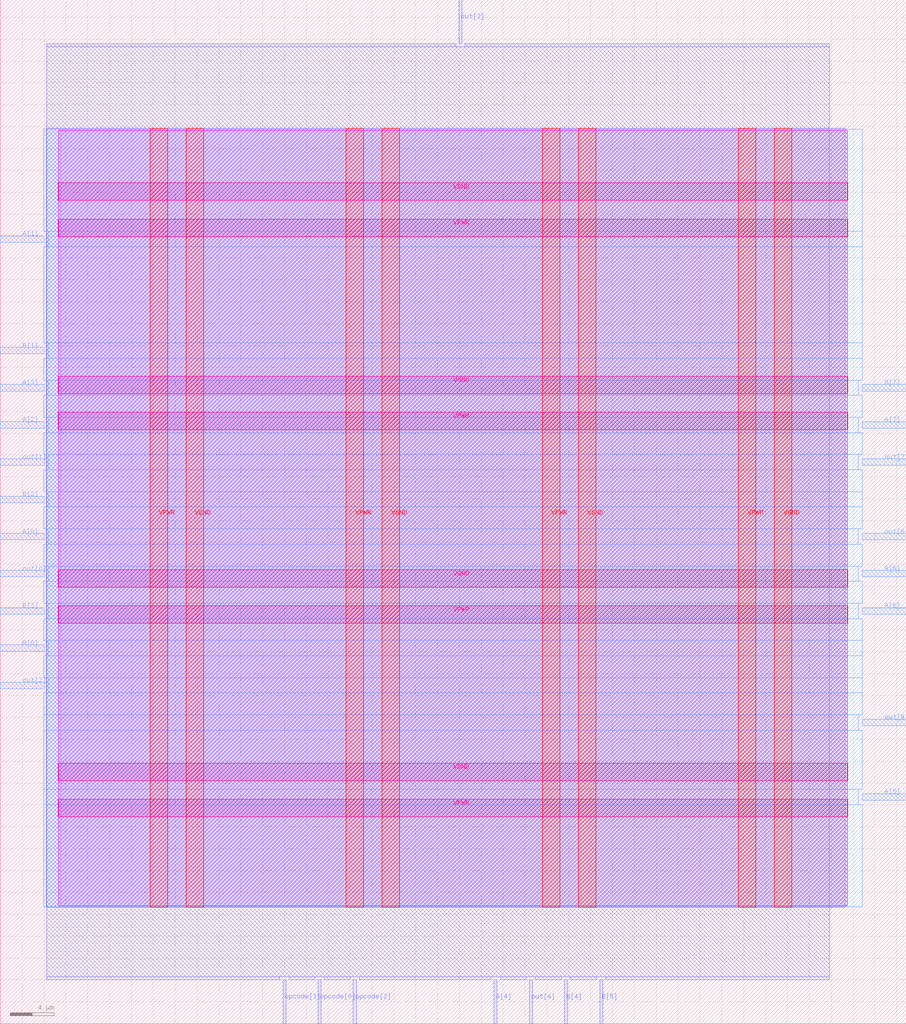
<source format=lef>
VERSION 5.7 ;
  NOWIREEXTENSIONATPIN ON ;
  DIVIDERCHAR "/" ;
  BUSBITCHARS "[]" ;
MACRO alu
  CLASS BLOCK ;
  FOREIGN alu ;
  ORIGIN 0.000 0.000 ;
  SIZE 82.865 BY 93.585 ;
  PIN A[0]
    DIRECTION INPUT ;
    USE SIGNAL ;
    ANTENNAGATEAREA 0.196500 ;
    PORT
      LAYER met3 ;
        RECT 0.000 44.240 4.000 44.840 ;
    END
  END A[0]
  PIN A[1]
    DIRECTION INPUT ;
    USE SIGNAL ;
    ANTENNAGATEAREA 0.159000 ;
    PORT
      LAYER met3 ;
        RECT 0.000 71.440 4.000 72.040 ;
    END
  END A[1]
  PIN A[2]
    DIRECTION INPUT ;
    USE SIGNAL ;
    ANTENNAGATEAREA 0.196500 ;
    PORT
      LAYER met3 ;
        RECT 0.000 54.440 4.000 55.040 ;
    END
  END A[2]
  PIN A[3]
    DIRECTION INPUT ;
    USE SIGNAL ;
    ANTENNAGATEAREA 0.196500 ;
    PORT
      LAYER met3 ;
        RECT 0.000 57.840 4.000 58.440 ;
    END
  END A[3]
  PIN A[4]
    DIRECTION INPUT ;
    USE SIGNAL ;
    ANTENNAGATEAREA 0.126000 ;
    PORT
      LAYER met2 ;
        RECT 45.170 0.000 45.450 4.000 ;
    END
  END A[4]
  PIN A[5]
    DIRECTION INPUT ;
    USE SIGNAL ;
    ANTENNAGATEAREA 0.126000 ;
    PORT
      LAYER met3 ;
        RECT 78.865 20.440 82.865 21.040 ;
    END
  END A[5]
  PIN A[6]
    DIRECTION INPUT ;
    USE SIGNAL ;
    ANTENNAGATEAREA 0.213000 ;
    PORT
      LAYER met3 ;
        RECT 78.865 37.440 82.865 38.040 ;
    END
  END A[6]
  PIN A[7]
    DIRECTION INPUT ;
    USE SIGNAL ;
    ANTENNAGATEAREA 0.196500 ;
    PORT
      LAYER met3 ;
        RECT 78.865 54.440 82.865 55.040 ;
    END
  END A[7]
  PIN B[0]
    DIRECTION INPUT ;
    USE SIGNAL ;
    ANTENNAGATEAREA 0.213000 ;
    PORT
      LAYER met3 ;
        RECT 0.000 34.040 4.000 34.640 ;
    END
  END B[0]
  PIN B[1]
    DIRECTION INPUT ;
    USE SIGNAL ;
    ANTENNAGATEAREA 0.196500 ;
    PORT
      LAYER met3 ;
        RECT 0.000 61.240 4.000 61.840 ;
    END
  END B[1]
  PIN B[2]
    DIRECTION INPUT ;
    USE SIGNAL ;
    ANTENNAGATEAREA 0.196500 ;
    PORT
      LAYER met3 ;
        RECT 0.000 47.640 4.000 48.240 ;
    END
  END B[2]
  PIN B[3]
    DIRECTION INPUT ;
    USE SIGNAL ;
    ANTENNAGATEAREA 0.196500 ;
    PORT
      LAYER met3 ;
        RECT 0.000 37.440 4.000 38.040 ;
    END
  END B[3]
  PIN B[4]
    DIRECTION INPUT ;
    USE SIGNAL ;
    ANTENNAGATEAREA 0.213000 ;
    PORT
      LAYER met2 ;
        RECT 51.610 0.000 51.890 4.000 ;
    END
  END B[4]
  PIN B[5]
    DIRECTION INPUT ;
    USE SIGNAL ;
    ANTENNAGATEAREA 0.126000 ;
    PORT
      LAYER met2 ;
        RECT 54.830 0.000 55.110 4.000 ;
    END
  END B[5]
  PIN B[6]
    DIRECTION INPUT ;
    USE SIGNAL ;
    ANTENNAGATEAREA 0.126000 ;
    ANTENNADIFFAREA 0.434700 ;
    PORT
      LAYER met3 ;
        RECT 78.865 40.840 82.865 41.440 ;
    END
  END B[6]
  PIN B[7]
    DIRECTION INPUT ;
    USE SIGNAL ;
    ANTENNAGATEAREA 0.196500 ;
    PORT
      LAYER met3 ;
        RECT 78.865 57.840 82.865 58.440 ;
    END
  END B[7]
  PIN VGND
    DIRECTION INOUT ;
    USE GROUND ;
    PORT
      LAYER met4 ;
        RECT 16.990 10.640 18.590 81.840 ;
    END
    PORT
      LAYER met4 ;
        RECT 34.930 10.640 36.530 81.840 ;
    END
    PORT
      LAYER met4 ;
        RECT 52.870 10.640 54.470 81.840 ;
    END
    PORT
      LAYER met4 ;
        RECT 70.810 10.640 72.410 81.840 ;
    END
    PORT
      LAYER met5 ;
        RECT 5.280 22.220 77.520 23.820 ;
    END
    PORT
      LAYER met5 ;
        RECT 5.280 39.900 77.520 41.500 ;
    END
    PORT
      LAYER met5 ;
        RECT 5.280 57.580 77.520 59.180 ;
    END
    PORT
      LAYER met5 ;
        RECT 5.280 75.260 77.520 76.860 ;
    END
  END VGND
  PIN VPWR
    DIRECTION INOUT ;
    USE POWER ;
    PORT
      LAYER met4 ;
        RECT 13.690 10.640 15.290 81.840 ;
    END
    PORT
      LAYER met4 ;
        RECT 31.630 10.640 33.230 81.840 ;
    END
    PORT
      LAYER met4 ;
        RECT 49.570 10.640 51.170 81.840 ;
    END
    PORT
      LAYER met4 ;
        RECT 67.510 10.640 69.110 81.840 ;
    END
    PORT
      LAYER met5 ;
        RECT 5.280 18.920 77.520 20.520 ;
    END
    PORT
      LAYER met5 ;
        RECT 5.280 36.600 77.520 38.200 ;
    END
    PORT
      LAYER met5 ;
        RECT 5.280 54.280 77.520 55.880 ;
    END
    PORT
      LAYER met5 ;
        RECT 5.280 71.960 77.520 73.560 ;
    END
  END VPWR
  PIN opcode[0]
    DIRECTION INPUT ;
    USE SIGNAL ;
    ANTENNAGATEAREA 0.196500 ;
    PORT
      LAYER met2 ;
        RECT 29.070 0.000 29.350 4.000 ;
    END
  END opcode[0]
  PIN opcode[1]
    DIRECTION INPUT ;
    USE SIGNAL ;
    ANTENNAGATEAREA 0.126000 ;
    PORT
      LAYER met2 ;
        RECT 25.850 0.000 26.130 4.000 ;
    END
  END opcode[1]
  PIN opcode[2]
    DIRECTION INPUT ;
    USE SIGNAL ;
    ANTENNAGATEAREA 0.159000 ;
    PORT
      LAYER met2 ;
        RECT 32.290 0.000 32.570 4.000 ;
    END
  END opcode[2]
  PIN out[0]
    DIRECTION OUTPUT ;
    USE SIGNAL ;
    ANTENNADIFFAREA 0.445500 ;
    PORT
      LAYER met3 ;
        RECT 0.000 40.840 4.000 41.440 ;
    END
  END out[0]
  PIN out[1]
    DIRECTION OUTPUT ;
    USE SIGNAL ;
    ANTENNADIFFAREA 0.445500 ;
    PORT
      LAYER met3 ;
        RECT 0.000 51.040 4.000 51.640 ;
    END
  END out[1]
  PIN out[2]
    DIRECTION OUTPUT ;
    USE SIGNAL ;
    ANTENNADIFFAREA 0.445500 ;
    PORT
      LAYER met3 ;
        RECT 0.000 30.640 4.000 31.240 ;
    END
  END out[2]
  PIN out[3]
    DIRECTION OUTPUT ;
    USE SIGNAL ;
    ANTENNADIFFAREA 0.795200 ;
    PORT
      LAYER met2 ;
        RECT 41.950 89.585 42.230 93.585 ;
    END
  END out[3]
  PIN out[4]
    DIRECTION OUTPUT ;
    USE SIGNAL ;
    ANTENNADIFFAREA 0.445500 ;
    PORT
      LAYER met2 ;
        RECT 48.390 0.000 48.670 4.000 ;
    END
  END out[4]
  PIN out[5]
    DIRECTION OUTPUT ;
    USE SIGNAL ;
    ANTENNADIFFAREA 0.445500 ;
    PORT
      LAYER met3 ;
        RECT 78.865 27.240 82.865 27.840 ;
    END
  END out[5]
  PIN out[6]
    DIRECTION OUTPUT ;
    USE SIGNAL ;
    ANTENNADIFFAREA 0.445500 ;
    PORT
      LAYER met3 ;
        RECT 78.865 44.240 82.865 44.840 ;
    END
  END out[6]
  PIN out[7]
    DIRECTION OUTPUT ;
    USE SIGNAL ;
    ANTENNADIFFAREA 0.445500 ;
    PORT
      LAYER met3 ;
        RECT 78.865 51.040 82.865 51.640 ;
    END
  END out[7]
  OBS
      LAYER nwell ;
        RECT 5.330 10.795 77.470 81.685 ;
      LAYER li1 ;
        RECT 5.520 10.795 77.280 81.685 ;
      LAYER met1 ;
        RECT 4.210 10.640 77.280 81.840 ;
      LAYER met2 ;
        RECT 4.230 89.305 41.670 89.585 ;
        RECT 42.510 89.305 75.810 89.585 ;
        RECT 4.230 4.280 75.810 89.305 ;
        RECT 4.230 4.000 25.570 4.280 ;
        RECT 26.410 4.000 28.790 4.280 ;
        RECT 29.630 4.000 32.010 4.280 ;
        RECT 32.850 4.000 44.890 4.280 ;
        RECT 45.730 4.000 48.110 4.280 ;
        RECT 48.950 4.000 51.330 4.280 ;
        RECT 52.170 4.000 54.550 4.280 ;
        RECT 55.390 4.000 75.810 4.280 ;
      LAYER met3 ;
        RECT 3.990 72.440 78.865 81.765 ;
        RECT 4.400 71.040 78.865 72.440 ;
        RECT 3.990 62.240 78.865 71.040 ;
        RECT 4.400 60.840 78.865 62.240 ;
        RECT 3.990 58.840 78.865 60.840 ;
        RECT 4.400 57.440 78.465 58.840 ;
        RECT 3.990 55.440 78.865 57.440 ;
        RECT 4.400 54.040 78.465 55.440 ;
        RECT 3.990 52.040 78.865 54.040 ;
        RECT 4.400 50.640 78.465 52.040 ;
        RECT 3.990 48.640 78.865 50.640 ;
        RECT 4.400 47.240 78.865 48.640 ;
        RECT 3.990 45.240 78.865 47.240 ;
        RECT 4.400 43.840 78.465 45.240 ;
        RECT 3.990 41.840 78.865 43.840 ;
        RECT 4.400 40.440 78.465 41.840 ;
        RECT 3.990 38.440 78.865 40.440 ;
        RECT 4.400 37.040 78.465 38.440 ;
        RECT 3.990 35.040 78.865 37.040 ;
        RECT 4.400 33.640 78.865 35.040 ;
        RECT 3.990 31.640 78.865 33.640 ;
        RECT 4.400 30.240 78.865 31.640 ;
        RECT 3.990 28.240 78.865 30.240 ;
        RECT 3.990 26.840 78.465 28.240 ;
        RECT 3.990 21.440 78.865 26.840 ;
        RECT 3.990 20.040 78.465 21.440 ;
        RECT 3.990 10.715 78.865 20.040 ;
  END
END alu
END LIBRARY


</source>
